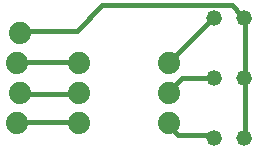
<source format=gbr>
G04 EAGLE Gerber RS-274X export*
G75*
%MOMM*%
%FSLAX34Y34*%
%LPD*%
%INTop Copper*%
%IPPOS*%
%AMOC8*
5,1,8,0,0,1.08239X$1,22.5*%
G01*
%ADD10C,1.320800*%
%ADD11C,1.879600*%
%ADD12C,0.381000*%


D10*
X203200Y152400D03*
X228600Y152400D03*
X203200Y101600D03*
X228600Y101600D03*
X203200Y50800D03*
X228600Y50800D03*
D11*
X36830Y63500D03*
X39370Y88900D03*
X36830Y114300D03*
X39370Y139700D03*
X88900Y114300D03*
X165100Y114300D03*
X88900Y88900D03*
X165100Y88900D03*
X88900Y63500D03*
X165100Y63500D03*
D12*
X229362Y53340D02*
X229362Y101346D01*
X229362Y53340D02*
X228600Y50800D01*
X229362Y101346D02*
X228600Y101600D01*
X229362Y104013D02*
X229362Y152019D01*
X228600Y152400D01*
X229362Y104013D02*
X228600Y101600D01*
X87122Y141351D02*
X40005Y141351D01*
X87122Y141351D02*
X108458Y162687D01*
X218694Y162687D01*
X226695Y154686D01*
X40005Y141351D02*
X39370Y139700D01*
X226695Y154686D02*
X228600Y152400D01*
X88011Y114681D02*
X37338Y114681D01*
X36830Y114300D01*
X88011Y114681D02*
X88900Y114300D01*
X88011Y88011D02*
X40005Y88011D01*
X39370Y88900D01*
X88011Y88011D02*
X88900Y88900D01*
X88011Y64008D02*
X37338Y64008D01*
X36830Y63500D01*
X88011Y64008D02*
X88900Y63500D01*
X165354Y114681D02*
X202692Y152019D01*
X203200Y152400D01*
X165354Y114681D02*
X165100Y114300D01*
X176022Y101346D02*
X202692Y101346D01*
X176022Y101346D02*
X165354Y90678D01*
X202692Y101346D02*
X203200Y101600D01*
X165354Y90678D02*
X165100Y88900D01*
X173355Y53340D02*
X202692Y53340D01*
X173355Y53340D02*
X165354Y61341D01*
X202692Y53340D02*
X203200Y50800D01*
X165354Y61341D02*
X165100Y63500D01*
M02*

</source>
